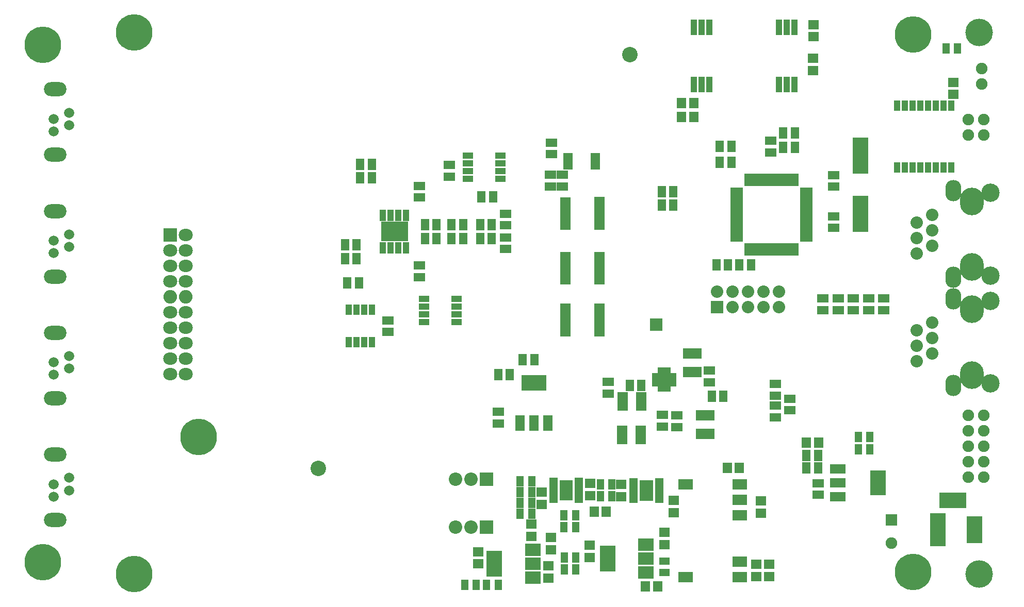
<source format=gts>
G04 #@! TF.FileFunction,Soldermask,Top*
%FSLAX46Y46*%
G04 Gerber Fmt 4.6, Leading zero omitted, Abs format (unit mm)*
G04 Created by KiCad (PCBNEW 4.0.4+e1-6308~48~ubuntu15.10.1-stable) date Fri Nov 17 08:43:39 2017*
%MOMM*%
%LPD*%
G01*
G04 APERTURE LIST*
%ADD10C,0.150000*%
%ADD11C,6.008000*%
%ADD12C,4.508000*%
%ADD13R,1.016000X1.651000*%
%ADD14R,1.905000X1.397000*%
%ADD15R,1.397000X1.905000*%
%ADD16R,0.914400X2.032000*%
%ADD17R,2.032000X0.914400*%
%ADD18R,1.905000X1.905000*%
%ADD19C,1.905000*%
%ADD20R,2.408000X1.708000*%
%ADD21R,1.778000X3.048000*%
%ADD22R,3.048000X1.778000*%
%ADD23R,1.209040X0.756920*%
%ADD24R,0.756920X1.209040*%
%ADD25R,1.958340X1.958340*%
%ADD26R,1.208000X1.208000*%
%ADD27R,1.658620X0.939800*%
%ADD28R,1.508760X0.777240*%
%ADD29R,1.107440X1.907540*%
%ADD30R,4.508500X3.307080*%
%ADD31R,1.651000X1.016000*%
%ADD32C,1.668000*%
%ADD33O,3.708000X2.308000*%
%ADD34C,1.908000*%
%ADD35R,1.758000X1.508000*%
%ADD36R,1.508000X1.758000*%
%ADD37R,1.208000X1.808000*%
%ADD38C,2.540000*%
%ADD39R,2.235200X2.235200*%
%ADD40O,2.308000X2.008000*%
%ADD41O,2.235200X2.235200*%
%ADD42R,2.032000X2.032000*%
%ADD43C,2.032000*%
%ADD44R,4.508500X2.506980*%
%ADD45R,2.506980X4.508500*%
%ADD46R,2.506980X5.509260*%
%ADD47R,2.540000X4.165600*%
%ADD48R,2.540000X1.524000*%
%ADD49R,4.165600X2.540000*%
%ADD50R,1.524000X2.540000*%
%ADD51R,2.506980X6.007100*%
%ADD52R,1.108000X2.508000*%
%ADD53R,1.808000X1.208000*%
%ADD54R,2.208000X2.208000*%
%ADD55O,2.208000X2.208000*%
%ADD56R,1.398000X0.928000*%
%ADD57R,1.333000X1.220500*%
%ADD58R,2.508000X4.308000*%
%ADD59R,2.508000X2.008000*%
%ADD60O,2.608000X3.508000*%
%ADD61O,3.908000X4.543000*%
%ADD62C,3.008000*%
G04 APERTURE END LIST*
D10*
D11*
X208560900Y-51362000D03*
X80710000Y-51020000D03*
X80710000Y-140020000D03*
D12*
X219380000Y-140020000D03*
X219380000Y-51020000D03*
D11*
X65710000Y-138020000D03*
X65710000Y-53020000D03*
X208560900Y-139678000D03*
D13*
X214866600Y-63042800D03*
X213596600Y-63042800D03*
X212326600Y-63042800D03*
X211056600Y-63042800D03*
X209786600Y-63042800D03*
X208516600Y-63042800D03*
X207246600Y-63042800D03*
X205976600Y-63042800D03*
X205976600Y-73202800D03*
X207246600Y-73202800D03*
X208516600Y-73202800D03*
X209786600Y-73202800D03*
X211056600Y-73202800D03*
X212326600Y-73202800D03*
X213596600Y-73202800D03*
X214866600Y-73202800D03*
D14*
X185206640Y-70693280D03*
X185206640Y-68788280D03*
D15*
X187253880Y-67541140D03*
X189158880Y-67541140D03*
X187253880Y-69842380D03*
X189158880Y-69842380D03*
X176822100Y-72364600D03*
X178727100Y-72364600D03*
X178760120Y-69740780D03*
X176855120Y-69740780D03*
X169210100Y-77142000D03*
X167305100Y-77142000D03*
X169210100Y-79392000D03*
X167305100Y-79392000D03*
D16*
X185320940Y-75209400D03*
X184520840Y-75209400D03*
X183720740Y-75209400D03*
X182920640Y-75209400D03*
X182120540Y-75209400D03*
X181320440Y-75209400D03*
X186121040Y-75209400D03*
X186921140Y-75209400D03*
X187721240Y-75209400D03*
X188521340Y-75209400D03*
X189321440Y-75209400D03*
X185320940Y-86639400D03*
X184520840Y-86639400D03*
X183720740Y-86639400D03*
X182920640Y-86639400D03*
X182120540Y-86639400D03*
X181320440Y-86639400D03*
X186121040Y-86639400D03*
X186921140Y-86639400D03*
X187721240Y-86639400D03*
X188521340Y-86639400D03*
X189321440Y-86639400D03*
D17*
X179605940Y-80924400D03*
X191035940Y-80924400D03*
X179605940Y-81724500D03*
X191035940Y-81724500D03*
X191035940Y-82524600D03*
X179605940Y-82524600D03*
X179605940Y-83324700D03*
X191035940Y-83324700D03*
X191035940Y-84124800D03*
X179605940Y-84124800D03*
X179605940Y-84924900D03*
X191035940Y-84924900D03*
X191035940Y-80124300D03*
X179605940Y-80124300D03*
X179605940Y-79324200D03*
X191035940Y-79324200D03*
X191035940Y-78524100D03*
X179605940Y-78524100D03*
X179605940Y-77724000D03*
X191035940Y-77724000D03*
X191035940Y-76923900D03*
X179605940Y-76923900D03*
D14*
X195507600Y-74439500D03*
X195507600Y-76344500D03*
X195507600Y-83094500D03*
X195507600Y-81189500D03*
X203757600Y-94689500D03*
X203757600Y-96594500D03*
X201257600Y-94689500D03*
X201257600Y-96594500D03*
X198757600Y-94689500D03*
X198757600Y-96594500D03*
X196257600Y-94689500D03*
X196257600Y-96594500D03*
X193757600Y-94689500D03*
X193757600Y-96594500D03*
D15*
X181960100Y-89142000D03*
X180055100Y-89142000D03*
X176305100Y-89142000D03*
X178210100Y-89142000D03*
D14*
X185978800Y-108775500D03*
X185978800Y-110680500D03*
X185978800Y-112331500D03*
X185978800Y-114236500D03*
X188315600Y-111163100D03*
X188315600Y-113068100D03*
D15*
X192952500Y-120500000D03*
X191047500Y-120500000D03*
X192952500Y-122500000D03*
X191047500Y-122500000D03*
D14*
X193000000Y-126952500D03*
X193000000Y-125047500D03*
D18*
X205000000Y-131095000D03*
D19*
X205000000Y-134905000D03*
D20*
X180125000Y-140520000D03*
X180125000Y-137980000D03*
X180125000Y-130360000D03*
X180125000Y-127820000D03*
X180125000Y-125280000D03*
X171225000Y-125280000D03*
X171225000Y-140520000D03*
D15*
X162052000Y-108993940D03*
X163957000Y-108993940D03*
D21*
X163923980Y-111589820D03*
X160875980Y-111589820D03*
D14*
X158507600Y-110344500D03*
X158507600Y-108439500D03*
D21*
X160832800Y-117142260D03*
X163880800Y-117142260D03*
D14*
X167396160Y-113837720D03*
X167396160Y-115742720D03*
X169778680Y-113908840D03*
X169778680Y-115813840D03*
D22*
X174417600Y-113898000D03*
X174417600Y-116946000D03*
D15*
X177431700Y-110810040D03*
X175526700Y-110810040D03*
D14*
X175158400Y-106540300D03*
X175158400Y-108445300D03*
D22*
X172364400Y-106781600D03*
X172364400Y-103733600D03*
D23*
X169108120Y-108790740D03*
X169108120Y-108290360D03*
X169108120Y-107292140D03*
X169108120Y-107792520D03*
D24*
X167459660Y-106641900D03*
X166959280Y-106641900D03*
X167957500Y-106641900D03*
X168457880Y-106641900D03*
X166959280Y-109440980D03*
X167459660Y-109440980D03*
X168457880Y-109440980D03*
X167957500Y-109440980D03*
D23*
X166309040Y-108290360D03*
X166309040Y-108790740D03*
X166309040Y-107792520D03*
X166309040Y-107292140D03*
D25*
X167708580Y-108041440D03*
D26*
X167358580Y-107691440D03*
X168058580Y-107691440D03*
X168058580Y-108391440D03*
X167358580Y-108391440D03*
D14*
X140484860Y-115252500D03*
X140484860Y-113347500D03*
D15*
X146390360Y-104775000D03*
X144485360Y-104775000D03*
X140455100Y-107242000D03*
X142360100Y-107242000D03*
D27*
X151462740Y-95981520D03*
X151462740Y-96616520D03*
X151462740Y-97276920D03*
X151462740Y-97911920D03*
X151462740Y-98572320D03*
X151462740Y-99220020D03*
X151462740Y-99867720D03*
X151462740Y-100515420D03*
X157050740Y-100515420D03*
X157050740Y-99867720D03*
X157050740Y-99220020D03*
X157050740Y-98572320D03*
X157050740Y-97911920D03*
X157050740Y-97264220D03*
X157050740Y-96616520D03*
X157050740Y-95968820D03*
X151462740Y-87480140D03*
X151462740Y-88115140D03*
X151462740Y-88775540D03*
X151462740Y-89410540D03*
X151462740Y-90070940D03*
X151462740Y-90718640D03*
X151462740Y-91366340D03*
X151462740Y-92014040D03*
X157050740Y-92014040D03*
X157050740Y-91366340D03*
X157050740Y-90718640D03*
X157050740Y-90070940D03*
X157050740Y-89410540D03*
X157050740Y-88762840D03*
X157050740Y-88115140D03*
X157050740Y-87467440D03*
X151462740Y-78480920D03*
X151462740Y-79115920D03*
X151462740Y-79776320D03*
X151462740Y-80411320D03*
X151462740Y-81071720D03*
X151462740Y-81719420D03*
X151462740Y-82367120D03*
X151462740Y-83014820D03*
X157050740Y-83014820D03*
X157050740Y-82367120D03*
X157050740Y-81719420D03*
X157050740Y-81071720D03*
X157050740Y-80411320D03*
X157050740Y-79763620D03*
X157050740Y-79115920D03*
X157050740Y-78468220D03*
D28*
X151935180Y-71125080D03*
X151935180Y-71633080D03*
X151935180Y-72141080D03*
X151935180Y-72649080D03*
X151935180Y-73157080D03*
X156380180Y-73157080D03*
X156380180Y-72649080D03*
X156380180Y-72141080D03*
X156380180Y-71633080D03*
X156380180Y-71125080D03*
D14*
X151008080Y-74388980D03*
X151008080Y-76293980D03*
X149057360Y-74388980D03*
X149057360Y-76293980D03*
X149207600Y-70994500D03*
X149207600Y-69089500D03*
X141658340Y-84688680D03*
X141658340Y-86593680D03*
X141658340Y-82692240D03*
X141658340Y-80787240D03*
D15*
X137505440Y-84841080D03*
X139410440Y-84841080D03*
X139410440Y-82539840D03*
X137505440Y-82539840D03*
X132803900Y-84841080D03*
X134708900Y-84841080D03*
X132803900Y-82539840D03*
X134708900Y-82539840D03*
X130360420Y-84841080D03*
X128455420Y-84841080D03*
X128455420Y-82542380D03*
X130360420Y-82542380D03*
D29*
X125361700Y-86360000D03*
X125361700Y-81026000D03*
X124091700Y-86360000D03*
X122821700Y-86360000D03*
X121551700Y-86360000D03*
X124091700Y-81026000D03*
X122821700Y-81026000D03*
X121551700Y-81026000D03*
D30*
X123456700Y-83693000D03*
D31*
X140822680Y-71236840D03*
X135488680Y-71236840D03*
X140822680Y-72506840D03*
X140822680Y-73776840D03*
X140822680Y-75046840D03*
X135488680Y-72506840D03*
X135488680Y-73776840D03*
X135488680Y-75046840D03*
D15*
X137703560Y-78041500D03*
X139608560Y-78041500D03*
D14*
X132455920Y-72788780D03*
X132455920Y-74693780D03*
X127508000Y-78094840D03*
X127508000Y-76189840D03*
D15*
X119710100Y-72642000D03*
X117805100Y-72642000D03*
X119710100Y-74892000D03*
X117805100Y-74892000D03*
X117210100Y-85892000D03*
X115305100Y-85892000D03*
D31*
X128341120Y-98546920D03*
X133675120Y-98546920D03*
X128341120Y-97276920D03*
X128341120Y-96006920D03*
X128341120Y-94736920D03*
X133675120Y-97276920D03*
X133675120Y-96006920D03*
X133675120Y-94736920D03*
D13*
X115953540Y-96573340D03*
X115953540Y-101907340D03*
X117223540Y-96573340D03*
X118493540Y-96573340D03*
X119763540Y-96573340D03*
X117223540Y-101907340D03*
X118493540Y-101907340D03*
X119763540Y-101907340D03*
D15*
X117210100Y-88142000D03*
X115305100Y-88142000D03*
D14*
X127507600Y-89289500D03*
X127507600Y-91194500D03*
D15*
X115704620Y-92141040D03*
X117609620Y-92141040D03*
D14*
X122356880Y-98287840D03*
X122356880Y-100192840D03*
D32*
X70081200Y-106230000D03*
X70081200Y-104190000D03*
X67531200Y-105210000D03*
X67531200Y-107250000D03*
D33*
X67731200Y-111100000D03*
X67731200Y-100340000D03*
D34*
X220186200Y-67850000D03*
X217646200Y-67850000D03*
X220186200Y-65310000D03*
X217646200Y-65310000D03*
D35*
X184962800Y-140369800D03*
X184962800Y-138369800D03*
D36*
X193050000Y-118400000D03*
X191050000Y-118400000D03*
D37*
X136850000Y-141775000D03*
X134950000Y-141775000D03*
D36*
X164650000Y-142000000D03*
X166650000Y-142000000D03*
D35*
X148725000Y-140650000D03*
X148725000Y-138650000D03*
D34*
X219820000Y-56950000D03*
X219820000Y-59490000D03*
D38*
X162050000Y-54660000D03*
D11*
X91287600Y-117449600D03*
D32*
X70081200Y-126230000D03*
X70081200Y-124190000D03*
X67531200Y-125210000D03*
X67531200Y-127250000D03*
D33*
X67731200Y-131100000D03*
X67731200Y-120340000D03*
D32*
X70081200Y-86230000D03*
X70081200Y-84190000D03*
X67531200Y-85210000D03*
X67531200Y-87250000D03*
D33*
X67731200Y-91100000D03*
X67731200Y-80340000D03*
D32*
X70081200Y-66230000D03*
X70081200Y-64190000D03*
X67531200Y-65210000D03*
X67531200Y-67250000D03*
D33*
X67731200Y-71100000D03*
X67731200Y-60340000D03*
D39*
X86671200Y-84290000D03*
D40*
X89211200Y-84290000D03*
X86671200Y-86830000D03*
X89211200Y-86830000D03*
X86671200Y-89370000D03*
X89211200Y-89370000D03*
X86671200Y-91910000D03*
X89211200Y-91910000D03*
D41*
X86671200Y-94450000D03*
X89211200Y-94450000D03*
D40*
X86671200Y-96990000D03*
X89211200Y-96990000D03*
X86671200Y-99530000D03*
X89211200Y-99530000D03*
X86671200Y-102070000D03*
X89211200Y-102070000D03*
X86671200Y-104610000D03*
X89211200Y-104610000D03*
X86671200Y-107150000D03*
X89211200Y-107150000D03*
D42*
X176427600Y-96162000D03*
D43*
X176427600Y-93622000D03*
X178967600Y-96162000D03*
X178967600Y-93622000D03*
X181507600Y-96162000D03*
X181507600Y-93622000D03*
X184047600Y-96162000D03*
X184047600Y-93622000D03*
X186587600Y-96162000D03*
X186587600Y-93622000D03*
D44*
X215099260Y-127899400D03*
D45*
X218599380Y-132700000D03*
D46*
X212599900Y-132700000D03*
D42*
X166407600Y-99042000D03*
D34*
X220186200Y-124080000D03*
X217646200Y-124080000D03*
X220186200Y-121540000D03*
X217646200Y-121540000D03*
X220186200Y-119000000D03*
X217646200Y-119000000D03*
X220186200Y-116460000D03*
X217646200Y-116460000D03*
X220186200Y-113920000D03*
X217646200Y-113920000D03*
D47*
X202802000Y-125000000D03*
D48*
X196198000Y-125000000D03*
X196198000Y-127286000D03*
X196198000Y-122714000D03*
D49*
X146326860Y-108585000D03*
D50*
X146326860Y-115189000D03*
X148612860Y-115189000D03*
X144040860Y-115189000D03*
D51*
X199957600Y-71262200D03*
X199957600Y-80761800D03*
D37*
X201450000Y-117500000D03*
X199550000Y-117500000D03*
X201450000Y-119500000D03*
X199550000Y-119500000D03*
D35*
X192176400Y-57235600D03*
X192176400Y-55235600D03*
D36*
X172551600Y-62636400D03*
X170551600Y-62636400D03*
D35*
X192227200Y-51698400D03*
X192227200Y-49698400D03*
D36*
X172551600Y-64922400D03*
X170551600Y-64922400D03*
D52*
X172542200Y-59513200D03*
X173812200Y-59513200D03*
X175082200Y-59513200D03*
X186512200Y-59513200D03*
X187782200Y-59513200D03*
X189052200Y-59513200D03*
X189052200Y-50113200D03*
X187782200Y-50113200D03*
X186512200Y-50113200D03*
X175082200Y-50113200D03*
X173812200Y-50113200D03*
X172542200Y-50113200D03*
D35*
X215188800Y-59198000D03*
X215188800Y-61198000D03*
X155550000Y-127110000D03*
X155550000Y-125110000D03*
X182854600Y-140369800D03*
X182854600Y-138369800D03*
X145905000Y-131785000D03*
X145905000Y-133785000D03*
X147630000Y-126510000D03*
X147630000Y-128510000D03*
X167750000Y-135150000D03*
X167750000Y-133150000D03*
X155450000Y-137250000D03*
X155450000Y-135250000D03*
X183550000Y-128000000D03*
X183550000Y-130000000D03*
D36*
X180050000Y-122500000D03*
X178050000Y-122500000D03*
D35*
X149100000Y-136000000D03*
X149100000Y-134000000D03*
X137225000Y-138300000D03*
X137225000Y-136300000D03*
D37*
X145955000Y-124710000D03*
X144055000Y-124710000D03*
X144055000Y-126510000D03*
X145955000Y-126510000D03*
X145955000Y-128310000D03*
X144055000Y-128310000D03*
X144055000Y-130110000D03*
X145955000Y-130110000D03*
D53*
X167750000Y-139725000D03*
X167750000Y-137825000D03*
D37*
X151300000Y-137250000D03*
X153200000Y-137250000D03*
X153200000Y-139200000D03*
X151300000Y-139200000D03*
X140450000Y-141775000D03*
X138550000Y-141775000D03*
D54*
X138580000Y-124440000D03*
D55*
X136040000Y-124440000D03*
X133500000Y-124440000D03*
D54*
X138580000Y-132275000D03*
D55*
X136040000Y-132275000D03*
X133500000Y-132275000D03*
D56*
X153735000Y-127860000D03*
X153735000Y-127210000D03*
X153735000Y-126560000D03*
X153735000Y-125910000D03*
X153735000Y-125260000D03*
X153735000Y-124610000D03*
X149525000Y-124610000D03*
X149525000Y-125260000D03*
X149525000Y-125910000D03*
X149525000Y-126560000D03*
X149525000Y-127210000D03*
X149525000Y-127860000D03*
D57*
X151217500Y-125166250D03*
X151217500Y-125878750D03*
X151217500Y-126591250D03*
X151217500Y-127303750D03*
X152042500Y-125166250D03*
X152042500Y-125878750D03*
X152042500Y-126591250D03*
X152042500Y-127303750D03*
D58*
X158425000Y-137425000D03*
D59*
X164725000Y-137425000D03*
X164725000Y-135125000D03*
X164725000Y-139725000D03*
D58*
X139850000Y-138300000D03*
D59*
X146150000Y-138300000D03*
X146150000Y-136000000D03*
X146150000Y-140600000D03*
D38*
X110980000Y-122600000D03*
D37*
X215850000Y-53620000D03*
X213950000Y-53620000D03*
D35*
X169260000Y-127880000D03*
X169260000Y-129880000D03*
D36*
X158200000Y-129770000D03*
X156200000Y-129770000D03*
D35*
X160670000Y-125250000D03*
X160670000Y-127250000D03*
D37*
X157220000Y-125230000D03*
X159120000Y-125230000D03*
X159140000Y-127200000D03*
X157240000Y-127200000D03*
D56*
X166895000Y-127885000D03*
X166895000Y-127235000D03*
X166895000Y-126585000D03*
X166895000Y-125935000D03*
X166895000Y-125285000D03*
X166895000Y-124635000D03*
X162685000Y-124635000D03*
X162685000Y-125285000D03*
X162685000Y-125935000D03*
X162685000Y-126585000D03*
X162685000Y-127235000D03*
X162685000Y-127885000D03*
D57*
X164377500Y-125191250D03*
X164377500Y-125903750D03*
X164377500Y-126616250D03*
X164377500Y-127328750D03*
X165202500Y-125191250D03*
X165202500Y-125903750D03*
X165202500Y-126616250D03*
X165202500Y-127328750D03*
D37*
X151250000Y-130320000D03*
X153150000Y-130320000D03*
X151250000Y-132290000D03*
X153150000Y-132290000D03*
D60*
X215164480Y-91254500D03*
X215164480Y-77029500D03*
D43*
X209144140Y-84746520D03*
X209144140Y-82206520D03*
X209144140Y-87286520D03*
X211684140Y-80936520D03*
X211684140Y-83476520D03*
X211684140Y-86016520D03*
D61*
X218211940Y-89539500D03*
X218214480Y-78744500D03*
D62*
X221261940Y-77362000D03*
X221261940Y-90922000D03*
D60*
X215164480Y-109004500D03*
X215164480Y-94779500D03*
D43*
X209144140Y-102496520D03*
X209144140Y-99956520D03*
X209144140Y-105036520D03*
X211684140Y-98686520D03*
X211684140Y-101226520D03*
X211684140Y-103766520D03*
D61*
X218211940Y-107289500D03*
X218214480Y-96494500D03*
D62*
X221261940Y-95112000D03*
X221261940Y-108672000D03*
M02*

</source>
